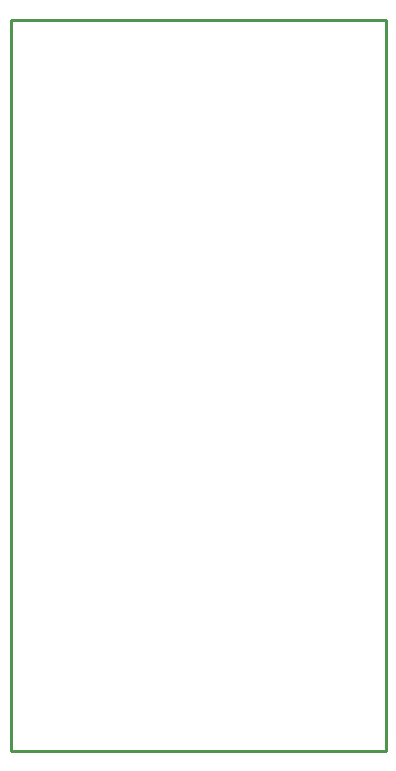
<source format=gbr>
G04 EAGLE Gerber RS-274X export*
G75*
%MOMM*%
%FSLAX34Y34*%
%LPD*%
%IN*%
%IPPOS*%
%AMOC8*
5,1,8,0,0,1.08239X$1,22.5*%
G01*
%ADD10C,0.254000*%


D10*
X-25400Y546100D02*
X291900Y546100D01*
X291900Y1165100D01*
X-25400Y1165100D01*
X-25400Y546100D01*
M02*

</source>
